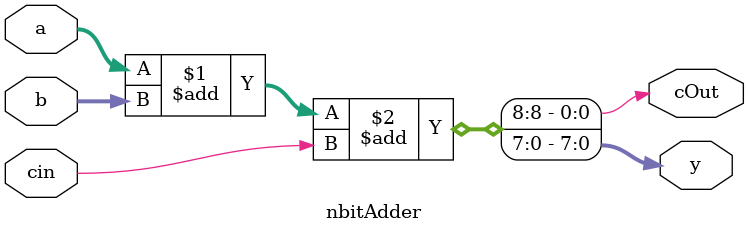
<source format=sv>
`timescale 1ns / 1ps

module nbitAdder #(
    parameter bits = 8
) (
    input logic [bits-1:0] a,
    input logic [bits-1:0] b,
    input logic cin,
    output logic [bits-1:0] y,
    output logic cOut
);


  assign {cOut, y} = a + b + cin ;



endmodule

</source>
